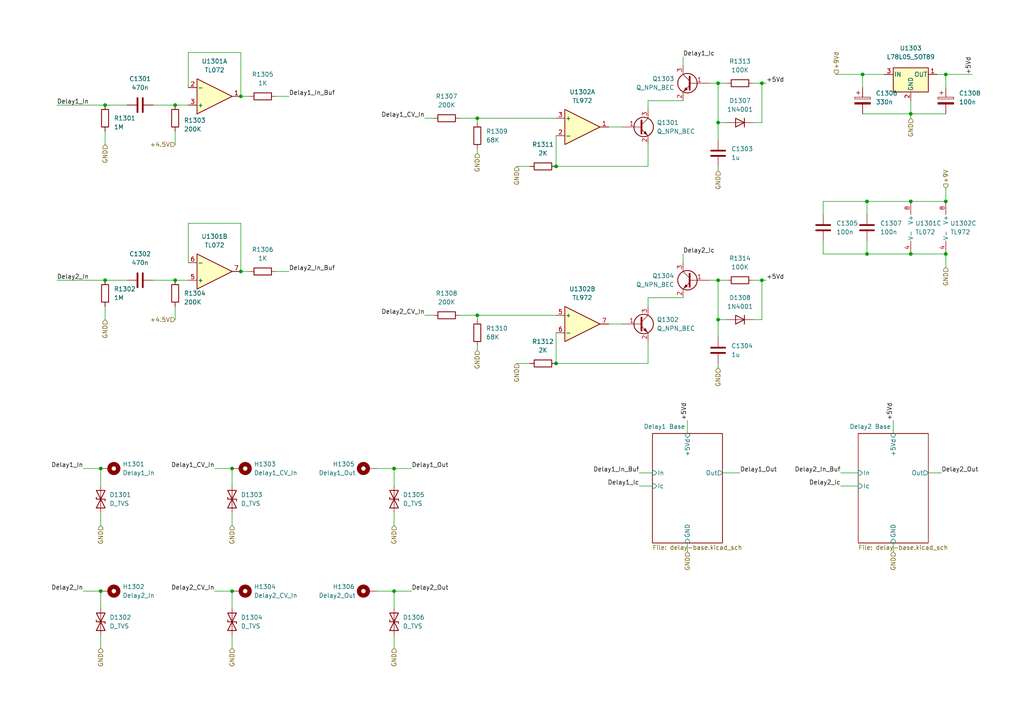
<source format=kicad_sch>
(kicad_sch (version 20211123) (generator eeschema)
  (paper "A4")
  (lib_symbols
    (symbol "Amplifier_Operational:MCP6002-xSN" (pin_names (offset 0.127))
      (property "Reference" "U" (at 0 5.08 0))
      (property "Value" "MCP6002-xSN" (at 0 -5.08 0))
      (symbol "MCP6002-xSN_1_1"
        (polyline (pts (xy -5.08 5.08) (xy 5.08 0) (xy -5.08 -5.08) (xy -5.08 5.08)) (stroke (width 0.254)) (fill (type background)))
        (pin output line (at 7.62 0 180) (length 2.54) (name "~") (number "1"))
        (pin input line (at -7.62 -2.54 0) (length 2.54) (name "-") (number "2"))
        (pin input line (at -7.62 2.54 0) (length 2.54) (name "+") (number "3"))
      )
      (symbol "MCP6002-xSN_2_1"
        (polyline (pts (xy -5.08 5.08) (xy 5.08 0) (xy -5.08 -5.08) (xy -5.08 5.08)) (stroke (width 0.254)) (fill (type background)))
        (pin input line (at -7.62 2.54 0) (length 2.54) (name "+") (number "5"))
        (pin input line (at -7.62 -2.54 0) (length 2.54) (name "-") (number "6"))
        (pin output line (at 7.62 0 180) (length 2.54) (name "~") (number "7"))
      )
      (symbol "MCP6002-xSN_3_1"
        (pin power_in line (at -2.54 -7.62 90) (length 3.81) (name "V-") (number "4"))
        (pin power_in line (at -2.54 7.62 270) (length 3.81) (name "V+") (number "8"))
      )
    )
    (symbol "Amplifier_Operational:TL072" (pin_names (offset 0.127))
      (property "Reference" "U" (at 0 5.08 0))
      (property "Value" "TL072" (at 0 -5.08 0))
      (symbol "TL072_1_1"
        (polyline (pts (xy -5.08 5.08) (xy 5.08 0) (xy -5.08 -5.08) (xy -5.08 5.08)) (stroke (width 0.254)) (fill (type background)))
        (pin output line (at 7.62 0 180) (length 2.54) (name "~") (number "1"))
        (pin input line (at -7.62 -2.54 0) (length 2.54) (name "-") (number "2"))
        (pin input line (at -7.62 2.54 0) (length 2.54) (name "+") (number "3"))
      )
      (symbol "TL072_2_1"
        (polyline (pts (xy -5.08 5.08) (xy 5.08 0) (xy -5.08 -5.08) (xy -5.08 5.08)) (stroke (width 0.254)) (fill (type background)))
        (pin input line (at -7.62 2.54 0) (length 2.54) (name "+") (number "5"))
        (pin input line (at -7.62 -2.54 0) (length 2.54) (name "-") (number "6"))
        (pin output line (at 7.62 0 180) (length 2.54) (name "~") (number "7"))
      )
      (symbol "TL072_3_1"
        (pin power_in line (at -2.54 -7.62 90) (length 3.81) (name "V-") (number "4"))
        (pin power_in line (at -2.54 7.62 270) (length 3.81) (name "V+") (number "8"))
      )
    )
    (symbol "Device:C" (pin_numbers hide) (pin_names (offset 0.254))
      (property "Reference" "C" (at 0.635 2.54 0))
      (property "Value" "C" (at 0.635 -2.54 0))
      (symbol "C_0_1"
        (polyline (pts (xy -2.032 -0.762) (xy 2.032 -0.762)) (stroke (width 0.508)))
        (polyline (pts (xy -2.032 0.762) (xy 2.032 0.762)) (stroke (width 0.508)))
      )
      (symbol "C_1_1"
        (pin passive line (at 0 3.81 270) (length 2.794) (name "~") (number "1"))
        (pin passive line (at 0 -3.81 90) (length 2.794) (name "~") (number "2"))
      )
    )
    (symbol "Device:C_Polarized" (pin_numbers hide) (pin_names (offset 0.254))
      (property "Reference" "C" (at 0.635 2.54 0))
      (property "Value" "C_Polarized" (at 0.635 -2.54 0))
      (symbol "C_Polarized_0_1"
        (rectangle (start -2.286 0.508) (end 2.286 1.016))
        (polyline (pts (xy -1.778 2.286) (xy -0.762 2.286)))
        (polyline (pts (xy -1.27 2.794) (xy -1.27 1.778)))
        (rectangle (start 2.286 -0.508) (end -2.286 -1.016) (fill (type outline)))
      )
      (symbol "C_Polarized_1_1"
        (pin passive line (at 0 3.81 270) (length 2.794) (name "~") (number "1"))
        (pin passive line (at 0 -3.81 90) (length 2.794) (name "~") (number "2"))
      )
    )
    (symbol "Device:D_TVS" (pin_numbers hide) (pin_names (offset 1.016) hide)
      (property "Reference" "D" (at 0 2.54 0))
      (property "Value" "D_TVS" (at 0 -2.54 0))
      (symbol "D_TVS_0_1"
        (polyline (pts (xy 1.27 0) (xy -1.27 0)))
        (polyline (pts (xy 0.508 1.27) (xy 0 1.27) (xy 0 -1.27) (xy -0.508 -1.27)) (stroke (width 0.254)))
        (polyline (pts (xy -2.54 1.27) (xy -2.54 -1.27) (xy 2.54 1.27) (xy 2.54 -1.27) (xy -2.54 1.27)) (stroke (width 0.254)))
      )
      (symbol "D_TVS_1_1"
        (pin passive line (at -3.81 0 0) (length 2.54) (name "A1") (number "1"))
        (pin passive line (at 3.81 0 180) (length 2.54) (name "A2") (number "2"))
      )
    )
    (symbol "Device:Q_NPN_BEC" (pin_names (offset 0) hide)
      (property "Reference" "Q" (at 5.08 1.27 0))
      (property "Value" "Q_NPN_BEC" (at 5.08 -1.27 0))
      (symbol "Q_NPN_BEC_0_1"
        (polyline (pts (xy 0.635 0.635) (xy 2.54 2.54)))
        (polyline (pts (xy 0.635 -0.635) (xy 2.54 -2.54) (xy 2.54 -2.54)))
        (polyline (pts (xy 0.635 1.905) (xy 0.635 -1.905) (xy 0.635 -1.905)) (stroke (width 0.508)))
        (polyline (pts (xy 1.27 -1.778) (xy 1.778 -1.27) (xy 2.286 -2.286) (xy 1.27 -1.778) (xy 1.27 -1.778)) (fill (type outline)))
        (circle (center 1.27 0) (radius 2.8194) (stroke (width 0.254)))
      )
      (symbol "Q_NPN_BEC_1_1"
        (pin input line (at -5.08 0 0) (length 5.715) (name "B") (number "1"))
        (pin passive line (at 2.54 -5.08 90) (length 2.54) (name "E") (number "2"))
        (pin passive line (at 2.54 5.08 270) (length 2.54) (name "C") (number "3"))
      )
    )
    (symbol "Device:R" (pin_numbers hide) (pin_names (offset 0))
      (property "Reference" "R" (at 2.032 0 90))
      (property "Value" "R" (at 0 0 90))
      (symbol "R_0_1"
        (rectangle (start -1.016 -2.54) (end 1.016 2.54) (stroke (width 0.254)))
      )
      (symbol "R_1_1"
        (pin passive line (at 0 3.81 270) (length 1.27) (name "~") (number "1"))
        (pin passive line (at 0 -3.81 90) (length 1.27) (name "~") (number "2"))
      )
    )
    (symbol "Diode:1N4001" (pin_numbers hide) (pin_names hide)
      (property "Reference" "D" (at 0 2.54 0))
      (property "Value" "1N4001" (at 0 -2.54 0))
      (symbol "1N4001_0_1"
        (polyline (pts (xy -1.27 1.27) (xy -1.27 -1.27)) (stroke (width 0.254)))
        (polyline (pts (xy 1.27 0) (xy -1.27 0)))
        (polyline (pts (xy 1.27 1.27) (xy 1.27 -1.27) (xy -1.27 0) (xy 1.27 1.27)) (stroke (width 0.254)))
      )
      (symbol "1N4001_1_1"
        (pin passive line (at -3.81 0 0) (length 2.54) (name "K") (number "1"))
        (pin passive line (at 3.81 0 180) (length 2.54) (name "A") (number "2"))
      )
    )
    (symbol "Mechanical:MountingHole_Pad" (pin_numbers hide) (pin_names (offset 1.016) hide)
      (property "Reference" "H" (at 0 6.35 0))
      (property "Value" "MountingHole_Pad" (at 0 4.445 0))
      (symbol "MountingHole_Pad_0_1"
        (circle (center 0 1.27) (radius 1.27) (stroke (width 1.27)))
      )
      (symbol "MountingHole_Pad_1_1"
        (pin input line (at 0 -2.54 90) (length 2.54) (name "1") (number "1"))
      )
    )
    (symbol "Regulator_Linear:L78L05_SOT89" (pin_names (offset 0.254))
      (property "Reference" "U" (at -3.81 3.175 0))
      (property "Value" "L78L05_SOT89" (at -0.635 3.175 0))
      (symbol "L78L05_SOT89_0_1"
        (rectangle (start -5.08 1.905) (end 5.08 -5.08) (stroke (width 0.254)) (fill (type background)))
      )
      (symbol "L78L05_SOT89_1_1"
        (pin power_out line (at 7.62 0 180) (length 2.54) (name "OUT") (number "1"))
        (pin power_in line (at 0 -7.62 90) (length 2.54) (name "GND") (number "2"))
        (pin power_in line (at -7.62 0 0) (length 2.54) (name "IN") (number "3"))
      )
    )
  )
  (junction (at 29.21 135.89))
  (junction (at 67.31 135.89))
  (junction (at 138.43 34.29))
  (junction (at 29.21 171.45))
  (junction (at 50.8 81.28))
  (junction (at 208.28 81.28))
  (junction (at 274.32 73.66))
  (junction (at 208.28 24.13))
  (junction (at 50.8 30.48))
  (junction (at 220.98 24.13))
  (junction (at 161.29 48.26))
  (junction (at 114.3 171.45))
  (junction (at 264.16 73.66))
  (junction (at 264.16 58.42))
  (junction (at 264.16 33.02))
  (junction (at 69.85 78.74))
  (junction (at 30.48 81.28))
  (junction (at 274.32 21.59))
  (junction (at 67.31 171.45))
  (junction (at 30.48 30.48))
  (junction (at 138.43 91.44))
  (junction (at 251.46 58.42))
  (junction (at 208.28 35.56))
  (junction (at 251.46 73.66))
  (junction (at 114.3 135.89))
  (junction (at 274.32 58.42))
  (junction (at 220.98 81.28))
  (junction (at 161.29 105.41))
  (junction (at 250.19 21.59))
  (junction (at 69.85 27.94))
  (junction (at 208.28 92.71))
  (wire (pts (xy 274.32 54.61) (xy 274.32 58.42)))
  (wire (pts (xy 109.22 171.45) (xy 114.3 171.45)))
  (wire (pts (xy 138.43 43.18) (xy 138.43 44.45)))
  (wire (pts (xy 161.29 39.37) (xy 161.29 48.26)))
  (wire (pts (xy 251.46 62.23) (xy 251.46 58.42)))
  (wire (pts (xy 238.76 73.66) (xy 251.46 73.66)))
  (wire (pts (xy 29.21 148.59) (xy 29.21 152.4)))
  (wire (pts (xy 80.01 27.94) (xy 83.82 27.94)))
  (wire (pts (xy 243.84 140.97) (xy 248.92 140.97)))
  (wire (pts (xy 24.13 135.89) (xy 29.21 135.89)))
  (wire (pts (xy 80.01 78.74) (xy 83.82 78.74)))
  (wire (pts (xy 123.19 91.44) (xy 125.73 91.44)))
  (wire (pts (xy 264.16 29.21) (xy 264.16 33.02)))
  (wire (pts (xy 50.8 30.48) (xy 54.61 30.48)))
  (wire (pts (xy 242.57 21.59) (xy 250.19 21.59)))
  (wire (pts (xy 264.16 33.02) (xy 274.32 33.02)))
  (wire (pts (xy 238.76 69.85) (xy 238.76 73.66)))
  (wire (pts (xy 274.32 21.59) (xy 274.32 25.4)))
  (wire (pts (xy 198.12 86.36) (xy 187.96 86.36)))
  (wire (pts (xy 67.31 148.59) (xy 67.31 152.4)))
  (wire (pts (xy 238.76 58.42) (xy 251.46 58.42)))
  (wire (pts (xy 274.32 21.59) (xy 281.94 21.59)))
  (wire (pts (xy 16.51 81.28) (xy 30.48 81.28)))
  (wire (pts (xy 138.43 100.33) (xy 138.43 101.6)))
  (wire (pts (xy 114.3 184.15) (xy 114.3 187.96)))
  (wire (pts (xy 30.48 30.48) (xy 36.83 30.48)))
  (wire (pts (xy 208.28 35.56) (xy 210.82 35.56)))
  (wire (pts (xy 24.13 171.45) (xy 29.21 171.45)))
  (wire (pts (xy 161.29 105.41) (xy 187.96 105.41)))
  (wire (pts (xy 243.84 137.16) (xy 248.92 137.16)))
  (wire (pts (xy 198.12 73.66) (xy 198.12 76.2)))
  (wire (pts (xy 29.21 184.15) (xy 29.21 187.96)))
  (wire (pts (xy 133.35 91.44) (xy 138.43 91.44)))
  (wire (pts (xy 251.46 73.66) (xy 264.16 73.66)))
  (wire (pts (xy 44.45 30.48) (xy 50.8 30.48)))
  (wire (pts (xy 209.55 137.16) (xy 214.63 137.16)))
  (wire (pts (xy 220.98 81.28) (xy 220.98 92.71)))
  (wire (pts (xy 69.85 78.74) (xy 72.39 78.74)))
  (wire (pts (xy 218.44 24.13) (xy 220.98 24.13)))
  (wire (pts (xy 149.86 105.41) (xy 153.67 105.41)))
  (wire (pts (xy 208.28 35.56) (xy 208.28 40.64)))
  (wire (pts (xy 114.3 135.89) (xy 119.38 135.89)))
  (wire (pts (xy 54.61 15.24) (xy 69.85 15.24)))
  (wire (pts (xy 161.29 48.26) (xy 187.96 48.26)))
  (wire (pts (xy 185.42 137.16) (xy 189.23 137.16)))
  (wire (pts (xy 109.22 135.89) (xy 114.3 135.89)))
  (wire (pts (xy 187.96 29.21) (xy 187.96 31.75)))
  (wire (pts (xy 114.3 135.89) (xy 114.3 140.97)))
  (wire (pts (xy 114.3 171.45) (xy 119.38 171.45)))
  (wire (pts (xy 69.85 64.77) (xy 69.85 78.74)))
  (wire (pts (xy 16.51 30.48) (xy 30.48 30.48)))
  (wire (pts (xy 138.43 34.29) (xy 138.43 35.56)))
  (wire (pts (xy 205.74 81.28) (xy 208.28 81.28)))
  (wire (pts (xy 176.53 93.98) (xy 180.34 93.98)))
  (wire (pts (xy 205.74 24.13) (xy 208.28 24.13)))
  (wire (pts (xy 176.53 36.83) (xy 180.34 36.83)))
  (wire (pts (xy 251.46 69.85) (xy 251.46 73.66)))
  (wire (pts (xy 30.48 88.9) (xy 30.48 92.71)))
  (wire (pts (xy 187.96 86.36) (xy 187.96 88.9)))
  (wire (pts (xy 138.43 91.44) (xy 161.29 91.44)))
  (wire (pts (xy 114.3 171.45) (xy 114.3 176.53)))
  (wire (pts (xy 259.08 121.92) (xy 259.08 125.73)))
  (wire (pts (xy 251.46 58.42) (xy 264.16 58.42)))
  (wire (pts (xy 62.23 135.89) (xy 67.31 135.89)))
  (wire (pts (xy 250.19 21.59) (xy 256.54 21.59)))
  (wire (pts (xy 29.21 171.45) (xy 29.21 176.53)))
  (wire (pts (xy 198.12 16.51) (xy 198.12 19.05)))
  (wire (pts (xy 69.85 15.24) (xy 69.85 27.94)))
  (wire (pts (xy 199.39 157.48) (xy 199.39 160.02)))
  (wire (pts (xy 210.82 24.13) (xy 208.28 24.13)))
  (wire (pts (xy 198.12 29.21) (xy 187.96 29.21)))
  (wire (pts (xy 208.28 24.13) (xy 208.28 35.56)))
  (wire (pts (xy 218.44 92.71) (xy 220.98 92.71)))
  (wire (pts (xy 250.19 33.02) (xy 264.16 33.02)))
  (wire (pts (xy 67.31 171.45) (xy 67.31 176.53)))
  (wire (pts (xy 133.35 34.29) (xy 138.43 34.29)))
  (wire (pts (xy 67.31 135.89) (xy 67.31 140.97)))
  (wire (pts (xy 250.19 21.59) (xy 250.19 25.4)))
  (wire (pts (xy 238.76 62.23) (xy 238.76 58.42)))
  (wire (pts (xy 114.3 148.59) (xy 114.3 152.4)))
  (wire (pts (xy 187.96 99.06) (xy 187.96 105.41)))
  (wire (pts (xy 30.48 81.28) (xy 36.83 81.28)))
  (wire (pts (xy 187.96 41.91) (xy 187.96 48.26)))
  (wire (pts (xy 62.23 171.45) (xy 67.31 171.45)))
  (wire (pts (xy 54.61 64.77) (xy 69.85 64.77)))
  (wire (pts (xy 50.8 88.9) (xy 50.8 92.71)))
  (wire (pts (xy 138.43 91.44) (xy 138.43 92.71)))
  (wire (pts (xy 271.78 21.59) (xy 274.32 21.59)))
  (wire (pts (xy 220.98 24.13) (xy 222.25 24.13)))
  (wire (pts (xy 185.42 140.97) (xy 189.23 140.97)))
  (wire (pts (xy 264.16 58.42) (xy 274.32 58.42)))
  (wire (pts (xy 208.28 105.41) (xy 208.28 106.68)))
  (wire (pts (xy 264.16 33.02) (xy 264.16 34.29)))
  (wire (pts (xy 210.82 81.28) (xy 208.28 81.28)))
  (wire (pts (xy 67.31 184.15) (xy 67.31 187.96)))
  (wire (pts (xy 220.98 81.28) (xy 222.25 81.28)))
  (wire (pts (xy 44.45 81.28) (xy 50.8 81.28)))
  (wire (pts (xy 50.8 81.28) (xy 54.61 81.28)))
  (wire (pts (xy 259.08 157.48) (xy 259.08 160.02)))
  (wire (pts (xy 161.29 96.52) (xy 161.29 105.41)))
  (wire (pts (xy 264.16 73.66) (xy 274.32 73.66)))
  (wire (pts (xy 50.8 38.1) (xy 50.8 41.91)))
  (wire (pts (xy 218.44 35.56) (xy 220.98 35.56)))
  (wire (pts (xy 54.61 25.4) (xy 54.61 15.24)))
  (wire (pts (xy 208.28 48.26) (xy 208.28 49.53)))
  (wire (pts (xy 218.44 81.28) (xy 220.98 81.28)))
  (wire (pts (xy 29.21 135.89) (xy 29.21 140.97)))
  (wire (pts (xy 199.39 121.92) (xy 199.39 125.73)))
  (wire (pts (xy 138.43 34.29) (xy 161.29 34.29)))
  (wire (pts (xy 30.48 38.1) (xy 30.48 41.91)))
  (wire (pts (xy 208.28 92.71) (xy 210.82 92.71)))
  (wire (pts (xy 274.32 73.66) (xy 274.32 77.47)))
  (wire (pts (xy 208.28 92.71) (xy 208.28 97.79)))
  (wire (pts (xy 208.28 81.28) (xy 208.28 92.71)))
  (wire (pts (xy 269.24 137.16) (xy 273.05 137.16)))
  (wire (pts (xy 149.86 48.26) (xy 153.67 48.26)))
  (wire (pts (xy 123.19 34.29) (xy 125.73 34.29)))
  (wire (pts (xy 220.98 24.13) (xy 220.98 35.56)))
  (wire (pts (xy 54.61 76.2) (xy 54.61 64.77)))
  (wire (pts (xy 69.85 27.94) (xy 72.39 27.94)))
  (label "Delay1_Ic" (at 185.42 140.97 180))
  (label "Delay2_In_Buf" (at 83.82 78.74 0))
  (label "Delay2_In_Buf" (at 243.84 137.16 180))
  (label "+5Vd" (at 259.08 121.92 90))
  (label "Delay1_In_Buf" (at 185.42 137.16 180))
  (label "Delay1_In_Buf" (at 83.82 27.94 0))
  (label "Delay1_CV_In" (at 123.19 34.29 180))
  (label "Delay2_CV_In" (at 123.19 91.44 180))
  (label "Delay1_Ic" (at 198.12 16.51 0))
  (label "Delay1_In" (at 16.51 30.48 0))
  (label "Delay2_Ic" (at 198.12 73.66 0))
  (label "+5Vd" (at 199.39 121.92 90))
  (label "Delay2_Out" (at 119.38 171.45 0))
  (label "Delay1_CV_In" (at 62.23 135.89 180))
  (label "Delay2_Out" (at 273.05 137.16 0))
  (label "Delay2_In" (at 16.51 81.28 0))
  (label "Delay1_In" (at 24.13 135.89 180))
  (label "Delay1_Out" (at 119.38 135.89 0))
  (label "+5Vd" (at 281.94 21.59 90))
  (label "+5Vd" (at 222.25 24.13 0))
  (label "Delay1_Out" (at 214.63 137.16 0))
  (label "+5Vd" (at 222.25 81.28 0))
  (label "Delay2_Ic" (at 243.84 140.97 180))
  (label "Delay2_In" (at 24.13 171.45 180))
  (label "Delay2_CV_In" (at 62.23 171.45 180))
  (hierarchical_label "GND" (shape input) (at 29.21 152.4 270))
  (hierarchical_label "GND" (shape input) (at 30.48 92.71 270))
  (hierarchical_label "GND" (shape input) (at 199.39 160.02 270))
  (hierarchical_label "GND" (shape input) (at 30.48 41.91 270))
  (hierarchical_label "+9V" (shape input) (at 274.32 54.61 90))
  (hierarchical_label "GND" (shape input) (at 149.86 48.26 270))
  (hierarchical_label "GND" (shape input) (at 274.32 77.47 270))
  (hierarchical_label "GND" (shape input) (at 114.3 187.96 270))
  (hierarchical_label "GND" (shape input) (at 138.43 101.6 270))
  (hierarchical_label "GND" (shape input) (at 138.43 44.45 270))
  (hierarchical_label "GND" (shape input) (at 208.28 106.68 270))
  (hierarchical_label "+4.5V" (shape input) (at 50.8 92.71 180))
  (hierarchical_label "GND" (shape input) (at 67.31 152.4 270))
  (hierarchical_label "GND" (shape input) (at 264.16 34.29 270))
  (hierarchical_label "GND" (shape input) (at 29.21 187.96 270))
  (hierarchical_label "+4.5V" (shape input) (at 50.8 41.91 180))
  (hierarchical_label "GND" (shape input) (at 259.08 160.02 270))
  (hierarchical_label "GND" (shape input) (at 149.86 105.41 270))
  (hierarchical_label "GND" (shape input) (at 67.31 187.96 270))
  (hierarchical_label "GND" (shape input) (at 208.28 49.53 270))
  (hierarchical_label "+9Vd" (shape input) (at 242.57 21.59 90))
  (hierarchical_label "GND" (shape input) (at 114.3 152.4 270))
  (symbol (lib_id "Device:D_TVS") (at 67.31 180.34 90) (unit 1)
    (property "Reference" "D1304" (at 69.85 179.0699 90) (effects (justify right)))
    (property "Value" "D_TVS" (at 69.85 181.6099 90) (effects (justify right)))
    (property "Footprint" "Diode_SMD:D_SOD-323_HandSoldering" (effects hide))
  )
  (symbol (lib_id "Mechanical:MountingHole_Pad") (at 69.85 171.45 270) (unit 1)
    (property "Reference" "H1304" (at 73.66 170.1799 90) (effects (justify left)))
    (property "Value" "Delay2_CV_In" (at 73.66 172.7199 90) (effects (justify left)))
    (property "Footprint" "MountingHole:MountingHole_4.3mm_M4_Pad_TopBottom" (effects hide))
  )
  (symbol (lib_id "Device:D_TVS") (at 29.21 180.34 90) (unit 1)
    (property "Reference" "D1302" (at 31.75 179.0699 90) (effects (justify right)))
    (property "Value" "D_TVS" (at 31.75 181.6099 90) (effects (justify right)))
    (property "Footprint" "Diode_SMD:D_SOD-323_HandSoldering" (effects hide))
  )
  (symbol (lib_id "Device:R") (at 76.2 78.74 90) (unit 1)
    (property "Reference" "R1306" (at 76.2 72.39 90))
    (property "Value" "1K" (at 76.2 74.93 90))
    (property "Footprint" "Resistor_SMD:R_0603_1608Metric_Pad0.98x0.95mm_HandSolder" (effects hide))
  )
  (symbol (lib_id "Amplifier_Operational:TL072") (at 266.7 66.04 0) (unit 3)
    (property "Reference" "U1301" (at 265.43 64.7699 0) (effects (justify left)))
    (property "Value" "TL072" (at 265.43 67.3099 0) (effects (justify left)))
    (property "Footprint" "Package_SO:SOIC-8_3.9x4.9mm_P1.27mm" (effects hide))
    (property "Datasheet" "http://www.ti.com/lit/ds/symlink/tl071.pdf" (effects hide))
  )
  (symbol (lib_id "Amplifier_Operational:TL072") (at 62.23 78.74 0) (mirror x) (unit 2)
    (property "Reference" "U1301" (at 62.23 68.58 0))
    (property "Value" "TL072" (at 62.23 71.12 0))
    (property "Footprint" "Package_SO:SOIC-8_3.9x4.9mm_P1.27mm" (effects hide))
    (property "Datasheet" "http://www.ti.com/lit/ds/symlink/tl071.pdf" (effects hide))
  )
  (symbol (lib_id "Device:R") (at 129.54 91.44 90) (unit 1)
    (property "Reference" "R1308" (at 129.54 85.09 90))
    (property "Value" "200K" (at 129.54 87.63 90))
    (property "Footprint" "Resistor_SMD:R_0603_1608Metric_Pad0.98x0.95mm_HandSolder" (effects hide))
  )
  (symbol (lib_id "Amplifier_Operational:MCP6002-xSN") (at 168.91 36.83 0) (unit 1)
    (property "Reference" "U1302" (at 168.91 26.67 0))
    (property "Value" "TL972" (at 168.91 29.21 0))
    (property "Footprint" "Package_SO:SOIC-8_3.9x4.9mm_P1.27mm" (effects hide))
    (property "Datasheet" "http://ww1.microchip.com/downloads/en/DeviceDoc/21733j.pdf" (effects hide))
  )
  (symbol (lib_id "Device:R") (at 76.2 27.94 90) (unit 1)
    (property "Reference" "R1305" (at 76.2 21.59 90))
    (property "Value" "1K" (at 76.2 24.13 90))
    (property "Footprint" "Resistor_SMD:R_0603_1608Metric_Pad0.98x0.95mm_HandSolder" (effects hide))
  )
  (symbol (lib_id "Mechanical:MountingHole_Pad") (at 69.85 135.89 270) (unit 1)
    (property "Reference" "H1303" (at 73.66 134.6199 90) (effects (justify left)))
    (property "Value" "Delay1_CV_In" (at 73.66 137.1599 90) (effects (justify left)))
    (property "Footprint" "MountingHole:MountingHole_4.3mm_M4_Pad_TopBottom" (effects hide))
  )
  (symbol (lib_id "Device:D_TVS") (at 114.3 180.34 90) (unit 1)
    (property "Reference" "D1306" (at 116.84 179.0699 90) (effects (justify right)))
    (property "Value" "D_TVS" (at 116.84 181.6099 90) (effects (justify right)))
    (property "Footprint" "Diode_SMD:D_SOD-323_HandSoldering" (effects hide))
  )
  (symbol (lib_id "Device:C") (at 40.64 81.28 90) (unit 1)
    (property "Reference" "C1302" (at 40.64 73.66 90))
    (property "Value" "470n" (at 40.64 76.2 90))
    (property "Footprint" "Capacitor_SMD:C_0805_2012Metric_Pad1.18x1.45mm_HandSolder" (effects hide))
  )
  (symbol (lib_id "Device:R") (at 30.48 34.29 0) (unit 1)
    (property "Reference" "R1301" (at 33.02 34.29 0) (effects (justify left)))
    (property "Value" "1M" (at 33.02 36.83 0) (effects (justify left)))
    (property "Footprint" "Resistor_SMD:R_0603_1608Metric_Pad0.98x0.95mm_HandSolder" (effects hide))
  )
  (symbol (lib_id "Device:R") (at 30.48 85.09 0) (unit 1)
    (property "Reference" "R1302" (at 33.02 83.8199 0) (effects (justify left)))
    (property "Value" "1M" (at 33.02 86.3599 0) (effects (justify left)))
    (property "Footprint" "Resistor_SMD:R_0603_1608Metric_Pad0.98x0.95mm_HandSolder" (effects hide))
  )
  (symbol (lib_id "Device:D_TVS") (at 29.21 144.78 90) (unit 1)
    (property "Reference" "D1301" (at 31.75 143.5099 90) (effects (justify right)))
    (property "Value" "D_TVS" (at 31.75 146.0499 90) (effects (justify right)))
    (property "Footprint" "Diode_SMD:D_SOD-323_HandSoldering" (effects hide))
  )
  (symbol (lib_id "Device:Q_NPN_BEC") (at 200.66 24.13 0) (mirror y) (unit 1)
    (property "Reference" "Q1303" (at 195.58 22.8599 0) (effects (justify left)))
    (property "Value" "Q_NPN_BEC" (at 195.58 25.3999 0) (effects (justify left)))
    (property "Footprint" "Package_TO_SOT_SMD:SOT-23_Handsoldering" (effects hide))
  )
  (symbol (lib_id "Device:D_TVS") (at 114.3 144.78 90) (unit 1)
    (property "Reference" "D1305" (at 116.84 143.5099 90) (effects (justify right)))
    (property "Value" "D_TVS" (at 116.84 146.0499 90) (effects (justify right)))
    (property "Footprint" "Diode_SMD:D_SOD-323_HandSoldering" (effects hide))
  )
  (symbol (lib_id "Device:D_TVS") (at 67.31 144.78 90) (unit 1)
    (property "Reference" "D1303" (at 69.85 143.5099 90) (effects (justify right)))
    (property "Value" "D_TVS" (at 69.85 146.0499 90) (effects (justify right)))
    (property "Footprint" "Diode_SMD:D_SOD-323_HandSoldering" (effects hide))
  )
  (symbol (lib_id "Device:R") (at 50.8 85.09 0) (unit 1)
    (property "Reference" "R1304" (at 53.34 85.09 0) (effects (justify left)))
    (property "Value" "200K" (at 53.34 87.63 0) (effects (justify left)))
    (property "Footprint" "Resistor_SMD:R_0603_1608Metric_Pad0.98x0.95mm_HandSolder" (effects hide))
  )
  (symbol (lib_id "Mechanical:MountingHole_Pad") (at 31.75 135.89 270) (unit 1)
    (property "Reference" "H1301" (at 35.56 134.6199 90) (effects (justify left)))
    (property "Value" "Delay1_In" (at 35.56 137.1599 90) (effects (justify left)))
    (property "Footprint" "MountingHole:MountingHole_4.3mm_M4_Pad_TopBottom" (effects hide))
  )
  (symbol (lib_id "Device:C") (at 251.46 66.04 0) (unit 1)
    (property "Reference" "C1307" (at 255.27 64.7699 0) (effects (justify left)))
    (property "Value" "100n" (at 255.27 67.3099 0) (effects (justify left)))
    (property "Footprint" "Capacitor_SMD:C_0603_1608Metric_Pad1.08x0.95mm_HandSolder" (effects hide))
  )
  (symbol (lib_id "Device:C") (at 208.28 101.6 0) (unit 1)
    (property "Reference" "C1304" (at 212.09 100.3299 0) (effects (justify left)))
    (property "Value" "1u" (at 212.09 102.8699 0) (effects (justify left)))
    (property "Footprint" "Capacitor_SMD:C_0603_1608Metric_Pad1.08x0.95mm_HandSolder" (effects hide))
  )
  (symbol (lib_id "Amplifier_Operational:MCP6002-xSN") (at 276.86 66.04 0) (unit 3)
    (property "Reference" "U1302" (at 275.59 64.7699 0) (effects (justify left)))
    (property "Value" "TL972" (at 275.59 67.3099 0) (effects (justify left)))
    (property "Footprint" "Package_SO:SOIC-8_3.9x4.9mm_P1.27mm" (effects hide))
    (property "Datasheet" "http://ww1.microchip.com/downloads/en/DeviceDoc/21733j.pdf" (effects hide))
  )
  (symbol (lib_id "Diode:1N4001") (at 214.63 35.56 180) (unit 1)
    (property "Reference" "D1307" (at 214.63 29.21 0))
    (property "Value" "1N4001" (at 214.63 31.75 0))
    (property "Footprint" "Diode_SMD:D_SMA_Handsoldering" (effects hide))
    (property "Datasheet" "http://www.vishay.com/docs/88503/1n4001.pdf" (effects hide))
  )
  (symbol (lib_id "Device:C_Polarized") (at 250.19 29.21 0) (unit 1)
    (property "Reference" "C1306" (at 254 27.0509 0) (effects (justify left)))
    (property "Value" "330n" (at 254 29.5909 0) (effects (justify left)))
    (property "Footprint" "Capacitor_SMD:CP_Elec_4x5.4" (effects hide))
  )
  (symbol (lib_id "Diode:1N4001") (at 214.63 92.71 180) (unit 1)
    (property "Reference" "D1308" (at 214.63 86.36 0))
    (property "Value" "1N4001" (at 214.63 88.9 0))
    (property "Footprint" "Diode_SMD:D_SMA_Handsoldering" (effects hide))
    (property "Datasheet" "http://www.vishay.com/docs/88503/1n4001.pdf" (effects hide))
  )
  (symbol (lib_id "Mechanical:MountingHole_Pad") (at 106.68 135.89 90) (unit 1)
    (property "Reference" "H1305" (at 99.695 134.62 90))
    (property "Value" "Delay1_Out" (at 97.79 137.16 90))
    (property "Footprint" "MountingHole:MountingHole_4.3mm_M4_Pad_TopBottom" (effects hide))
  )
  (symbol (lib_id "Amplifier_Operational:TL072") (at 62.23 27.94 0) (mirror x) (unit 1)
    (property "Reference" "U1301" (at 62.23 17.78 0))
    (property "Value" "TL072" (at 62.23 20.32 0))
    (property "Footprint" "Package_SO:SOIC-8_3.9x4.9mm_P1.27mm" (effects hide))
    (property "Datasheet" "http://www.ti.com/lit/ds/symlink/tl071.pdf" (effects hide))
  )
  (symbol (lib_id "Amplifier_Operational:MCP6002-xSN") (at 168.91 93.98 0) (unit 2)
    (property "Reference" "U1302" (at 168.91 83.82 0))
    (property "Value" "TL972" (at 168.91 86.36 0))
    (property "Footprint" "Package_SO:SOIC-8_3.9x4.9mm_P1.27mm" (effects hide))
    (property "Datasheet" "http://ww1.microchip.com/downloads/en/DeviceDoc/21733j.pdf" (effects hide))
  )
  (symbol (lib_id "Device:C") (at 238.76 66.04 0) (unit 1)
    (property "Reference" "C1305" (at 242.57 64.7699 0) (effects (justify left)))
    (property "Value" "100n" (at 242.57 67.3099 0) (effects (justify left)))
    (property "Footprint" "Capacitor_SMD:C_0603_1608Metric_Pad1.08x0.95mm_HandSolder" (effects hide))
  )
  (symbol (lib_id "Device:R") (at 214.63 81.28 90) (unit 1)
    (property "Reference" "R1314" (at 214.63 74.93 90))
    (property "Value" "100K" (at 214.63 77.47 90))
    (property "Footprint" "Resistor_SMD:R_0603_1608Metric_Pad0.98x0.95mm_HandSolder" (effects hide))
  )
  (symbol (lib_id "Device:R") (at 157.48 48.26 90) (unit 1)
    (property "Reference" "R1311" (at 157.48 41.91 90))
    (property "Value" "2K" (at 157.48 44.45 90))
    (property "Footprint" "Resistor_SMD:R_0603_1608Metric_Pad0.98x0.95mm_HandSolder" (effects hide))
  )
  (symbol (lib_id "Device:R") (at 214.63 24.13 90) (unit 1)
    (property "Reference" "R1313" (at 214.63 17.78 90))
    (property "Value" "100K" (at 214.63 20.32 90))
    (property "Footprint" "Resistor_SMD:R_0603_1608Metric_Pad0.98x0.95mm_HandSolder" (effects hide))
  )
  (symbol (lib_id "Device:R") (at 138.43 39.37 0) (unit 1)
    (property "Reference" "R1309" (at 140.97 38.0999 0) (effects (justify left)))
    (property "Value" "68K" (at 140.97 40.6399 0) (effects (justify left)))
    (property "Footprint" "Resistor_SMD:R_0603_1608Metric_Pad0.98x0.95mm_HandSolder" (effects hide))
  )
  (symbol (lib_id "Device:C") (at 40.64 30.48 90) (unit 1)
    (property "Reference" "C1301" (at 40.64 22.86 90))
    (property "Value" "470n" (at 40.64 25.4 90))
    (property "Footprint" "Capacitor_SMD:C_0805_2012Metric_Pad1.18x1.45mm_HandSolder" (effects hide))
  )
  (symbol (lib_id "Device:Q_NPN_BEC") (at 185.42 36.83 0) (unit 1)
    (property "Reference" "Q1301" (at 190.5 35.5599 0) (effects (justify left)))
    (property "Value" "Q_NPN_BEC" (at 190.5 38.0999 0) (effects (justify left)))
    (property "Footprint" "Package_TO_SOT_SMD:SOT-23_Handsoldering" (effects hide))
  )
  (symbol (lib_id "Device:C_Polarized") (at 274.32 29.21 0) (unit 1)
    (property "Reference" "C1308" (at 278.13 27.0509 0) (effects (justify left)))
    (property "Value" "100n" (at 278.13 29.5909 0) (effects (justify left)))
    (property "Footprint" "Capacitor_SMD:CP_Elec_4x5.4" (effects hide))
  )
  (symbol (lib_id "Device:R") (at 157.48 105.41 90) (unit 1)
    (property "Reference" "R1312" (at 157.48 99.06 90))
    (property "Value" "2K" (at 157.48 101.6 90))
    (property "Footprint" "Resistor_SMD:R_0603_1608Metric_Pad0.98x0.95mm_HandSolder" (effects hide))
  )
  (symbol (lib_id "Mechanical:MountingHole_Pad") (at 31.75 171.45 270) (unit 1)
    (property "Reference" "H1302" (at 35.56 170.1799 90) (effects (justify left)))
    (property "Value" "Delay2_In" (at 35.56 172.7199 90) (effects (justify left)))
    (property "Footprint" "MountingHole:MountingHole_4.3mm_M4_Pad_TopBottom" (effects hide))
  )
  (symbol (lib_id "Regulator_Linear:L78L05_SOT89") (at 264.16 21.59 0) (unit 1)
    (property "Reference" "U1303" (at 264.16 13.97 0))
    (property "Value" "L78L05_SOT89" (at 264.16 16.51 0))
    (property "Footprint" "Package_TO_SOT_SMD:SOT-89-3" (effects hide))
    (property "Datasheet" "http://www.st.com/content/ccc/resource/technical/document/datasheet/15/55/e5/aa/23/5b/43/fd/CD00000446.pdf/files/CD00000446.pdf/jcr:content/translations/en.CD00000446.pdf" (effects hide))
  )
  (symbol (lib_id "Device:C") (at 208.28 44.45 0) (unit 1)
    (property "Reference" "C1303" (at 212.09 43.1799 0) (effects (justify left)))
    (property "Value" "1u" (at 212.09 45.7199 0) (effects (justify left)))
    (property "Footprint" "Capacitor_SMD:C_0603_1608Metric_Pad1.08x0.95mm_HandSolder" (effects hide))
  )
  (symbol (lib_id "Device:Q_NPN_BEC") (at 185.42 93.98 0) (unit 1)
    (property "Reference" "Q1302" (at 190.5 92.7099 0) (effects (justify left)))
    (property "Value" "Q_NPN_BEC" (at 190.5 95.2499 0) (effects (justify left)))
    (property "Footprint" "Package_TO_SOT_SMD:SOT-23_Handsoldering" (effects hide))
  )
  (symbol (lib_id "Device:R") (at 129.54 34.29 90) (unit 1)
    (property "Reference" "R1307" (at 129.54 27.94 90))
    (property "Value" "200K" (at 129.54 30.48 90))
    (property "Footprint" "Resistor_SMD:R_0603_1608Metric_Pad0.98x0.95mm_HandSolder" (effects hide))
  )
  (symbol (lib_id "Mechanical:MountingHole_Pad") (at 106.68 171.45 90) (unit 1)
    (property "Reference" "H1306" (at 99.695 170.18 90))
    (property "Value" "Delay2_Out" (at 97.79 172.72 90))
    (property "Footprint" "MountingHole:MountingHole_4.3mm_M4_Pad_TopBottom" (effects hide))
  )
  (symbol (lib_id "Device:Q_NPN_BEC") (at 200.66 81.28 0) (mirror y) (unit 1)
    (property "Reference" "Q1304" (at 195.58 80.0099 0) (effects (justify left)))
    (property "Value" "Q_NPN_BEC" (at 195.58 82.5499 0) (effects (justify left)))
    (property "Footprint" "Package_TO_SOT_SMD:SOT-23_Handsoldering" (effects hide))
  )
  (symbol (lib_id "Device:R") (at 50.8 34.29 0) (unit 1)
    (property "Reference" "R1303" (at 53.34 34.925 0) (effects (justify left)))
    (property "Value" "200K" (at 53.34 37.465 0) (effects (justify left)))
    (property "Footprint" "Resistor_SMD:R_0603_1608Metric_Pad0.98x0.95mm_HandSolder" (effects hide))
  )
  (symbol (lib_id "Device:R") (at 138.43 96.52 0) (unit 1)
    (property "Reference" "R1310" (at 140.97 95.2499 0) (effects (justify left)))
    (property "Value" "68K" (at 140.97 97.7899 0) (effects (justify left)))
    (property "Footprint" "Resistor_SMD:R_0603_1608Metric_Pad0.98x0.95mm_HandSolder" (effects hide))
  )
  (sheet (at 189.23 125.73) (size 20.32 31.75) (stroke (width 0.1524))
    (property "Sheet name" "Delay1 Base" (at 186.69 124.46 0) (effects (justify left bottom)))
    (property "Sheet file" "delay-base.kicad_sch" (at 189.23 158.0646 0) (effects (justify left top)))
    (pin "+5Vd" input (at 199.39 125.73 90))
    (pin "GND" input (at 199.39 157.48 270))
    (pin "Out" output (at 209.55 137.16 0))
    (pin "In" input (at 189.23 137.16 180))
    (pin "Ic" input (at 189.23 140.97 180))
  )
  (sheet (at 248.92 125.73) (size 20.32 31.75) (stroke (width 0.1524))
    (property "Sheet name" "Delay2 Base" (at 246.38 124.46 0) (effects (justify left bottom)))
    (property "Sheet file" "delay-base.kicad_sch" (at 248.92 158.0646 0) (effects (justify left top)))
    (pin "+5Vd" input (at 259.08 125.73 90))
    (pin "GND" input (at 259.08 157.48 270))
    (pin "Out" output (at 269.24 137.16 0))
    (pin "In" input (at 248.92 137.16 180))
    (pin "Ic" input (at 248.92 140.97 180))
  )
)
</source>
